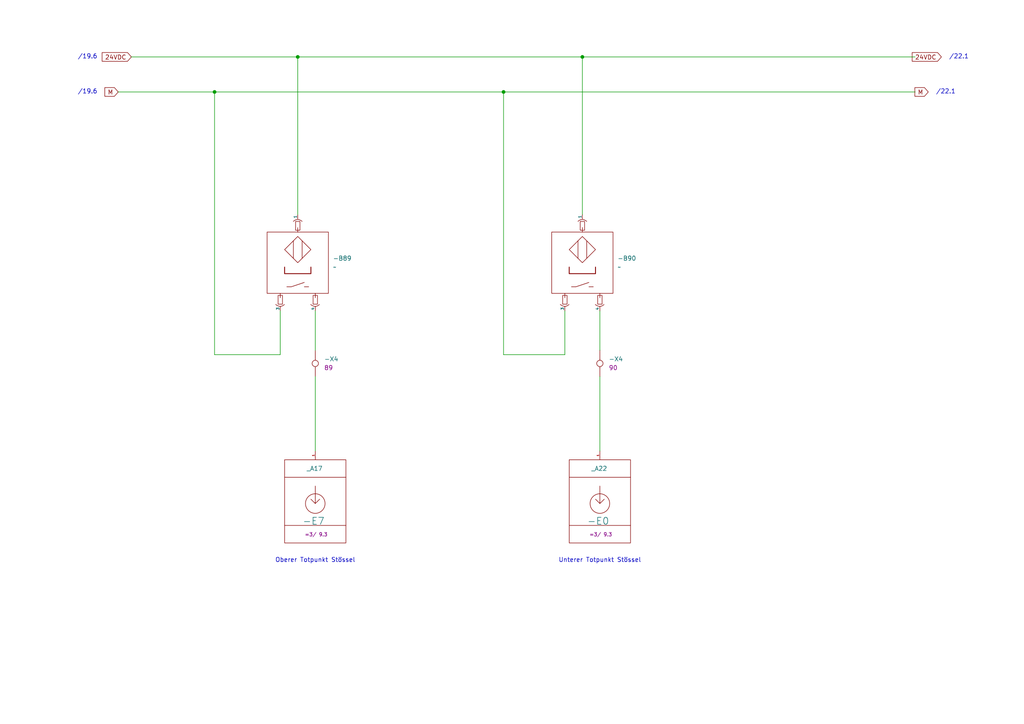
<source format=kicad_sch>
(kicad_sch (version 20250114) (generator "eeschema") (generator_version "9.0")
  (paper "A4")
  (title_block (comment 4 "3"))
  (lib_symbols
    (symbol "Verbinder_Standart_einfach_(X)_1" (pin_numbers (hide yes)) (pin_names (offset 0))
      (property "Reference" "-X" (at -4.572 2.794 0))
      (property "Nummer" "x" (at 3.048 3.048 0))
      (symbol "Verbinder_Standart_einfach_(X)_1_0_1"
        (polyline (pts (xy 0 1.27) (xy 0 1.016)))
        (circle (center 0 0) (radius 0.9158))
        (polyline (pts (xy 0 -1.27) (xy 0 -1.016)))
      )
      (symbol "Verbinder_Standart_einfach_(X)_1_1_1"
        (pin passive line (at 0 3.81 270) (length 2.54) (name "") (number ""))
        (pin passive line (at 0 -3.81 90) (length 2.54) (name "") (number ""))
      )
    )
    (symbol "standart:PLC_IN_(E)" (on_board no)
      (property "Reference" "-E" (at -6.35 10.16 0))
      (property "Target" "=Gruppe/ Seite.Pfad" (at 0.254 -8.382 0))
      (symbol "PLC_IN_(E)_0_1"
        (rectangle (start -8.89 12.7) (end 8.89 -11.43))
        (polyline (pts (xy -8.89 7.62) (xy 8.89 7.62)))
        (polyline (pts (xy -8.89 -6.35) (xy 8.89 -6.35)))
        (polyline (pts (xy 0 5.08) (xy 0 0) (xy 1.27 1.27) (xy 0 0) (xy -1.27 1.27)))
        (circle (center 0 0) (radius 2.8398))
      )
      (symbol "PLC_IN_(E)_1_1"
        (pin input line (at 0 15.24 270) (length 2.54) (name "") (number "1"))
      )
    )
    (symbol "standart:Sensor_PNP_Fe_(B)_NO" (pin_numbers (hide yes)) (pin_names (offset 0))
      (property "Reference" "-B" (at -13.462 11.176 0))
      (symbol "Sensor_PNP_Fe_(B)_NO_0_1"
        (rectangle (start -8.89 8.89) (end 8.89 -8.89))
        (polyline (pts (xy -5.08 -8.89) (xy -5.08 -10.16)))
        (polyline (pts (xy -3.81 3.81) (xy 0 7.62) (xy 3.81 3.81) (xy 0 0) (xy -3.81 3.81)))
        (polyline (pts (xy -1.905 -6.985) (xy -3.175 -6.985)))
        (polyline (pts (xy -1.905 -6.985) (xy 1.905 -5.715)))
        (polyline (pts (xy -1.27 6.35) (xy -1.27 1.27)))
        (rectangle (start 0 10.16) (end 0 10.16))
        (rectangle (start 0 10.16) (end 0 10.16))
        (polyline (pts (xy 0 8.89) (xy 0 10.16)))
        (polyline (pts (xy 1.27 6.35) (xy 1.27 1.27)))
        (polyline (pts (xy 3.175 -6.985) (xy 1.905 -6.985)))
        (polyline (pts (xy 5.08 -8.89) (xy 5.08 -10.16)))
      )
      (symbol "Sensor_PNP_Fe_(B)_NO_1_1"
        (rectangle (start -5.7031 -9.4835) (end -4.4331 -12.0235) (fill (type color)))
        (bezier (pts (xy -3.8638 -12.0969) (xy -5.1338 -13.3669) (xy -6.4038 -12.0969) (xy -6.4038 -12.0969)))
        (polyline (pts (xy -3.81 -1.27) (xy -3.81 -3.175) (xy 3.81 -3.175) (xy 3.81 -1.27)) (stroke (width 0.254)))
        (bezier (pts (xy -1.2707 11.9806) (xy -0.0007 13.2506) (xy 1.2693 11.9806) (xy 1.2693 11.9806)))
        (rectangle (start -0.629 11.9632) (end 0.641 9.4232) (fill (type color)))
        (rectangle (start 4.4492 -9.4835) (end 5.7192 -12.0235) (fill (type color)))
        (bezier (pts (xy 6.2858 -12.1072) (xy 5.0158 -13.3772) (xy 3.7458 -12.1072) (xy 3.7458 -12.1072)))
        (pin passive line (at -5.08 -13.97 90) (length 1.27) (name "3") (number "3"))
        (pin passive line (at 0 13.97 270) (length 1.27) (name "1") (number "1"))
        (pin passive line (at 5.08 -13.97 90) (length 1.27) (name "4") (number "4"))
      )
    )
    (symbol "standart:Verbinder_Standart_einfach_(X)" (pin_numbers (hide yes)) (pin_names (offset 0))
      (property "Reference" "-X" (at -4.572 2.794 0))
      (property "Nummer" "x" (at 3.048 3.048 0))
      (symbol "Verbinder_Standart_einfach_(X)_0_1"
        (polyline (pts (xy 0 1.27) (xy 0 1.016)))
        (circle (center 0 0) (radius 0.9158))
        (polyline (pts (xy 0 -1.27) (xy 0 -1.016)))
      )
      (symbol "Verbinder_Standart_einfach_(X)_1_1"
        (pin passive line (at 0 3.81 270) (length 2.54) (name "") (number ""))
        (pin passive line (at 0 -3.81 90) (length 2.54) (name "") (number ""))
      )
    )
  )
  (text "/22.1" (at 278.13 16.51 0) (effects (font (size 1.27 1.27))))
  (text "/19.6" (at 25.4 26.67 0) (effects (font (size 1.27 1.27))))
  (text "Unterer Totpunkt Stössel" (at 173.99 162.56 0) (effects (font (size 1.27 1.27))))
  (text "/22.1" (at 274.32 26.67 0) (effects (font (size 1.27 1.27))))
  (text "Oberer Totpunkt Stössel" (at 91.44 162.56 0) (effects (font (size 1.27 1.27))))
  (text "/19.6" (at 25.4 16.51 0) (effects (font (size 1.27 1.27))))
  (junction (at 62.23 26.67))
  (junction (at 168.91 16.51))
  (junction (at 146.05 26.67))
  (junction (at 86.36 16.51))
  (wire (pts (xy 173.99 109.22) (xy 173.99 130.81)))
  (wire (pts (xy 173.99 90.17) (xy 173.99 101.6)))
  (wire (pts (xy 86.36 16.51) (xy 86.36 62.23)))
  (wire (pts (xy 34.29 26.67) (xy 62.23 26.67)))
  (wire (pts (xy 81.28 90.17) (xy 81.28 102.87)))
  (wire (pts (xy 62.23 102.87) (xy 81.28 102.87)))
  (wire (pts (xy 62.23 26.67) (xy 146.05 26.67)))
  (wire (pts (xy 86.36 16.51) (xy 168.91 16.51)))
  (wire (pts (xy 168.91 16.51) (xy 168.91 62.23)))
  (wire (pts (xy 163.83 90.17) (xy 163.83 102.87)))
  (wire (pts (xy 168.91 16.51) (xy 265.43 16.51)))
  (wire (pts (xy 91.44 109.22) (xy 91.44 130.81)))
  (wire (pts (xy 38.1 16.51) (xy 86.36 16.51)))
  (wire (pts (xy 146.05 26.67) (xy 146.05 102.87)))
  (wire (pts (xy 91.44 90.17) (xy 91.44 101.6)))
  (wire (pts (xy 62.23 26.67) (xy 62.23 102.87)))
  (wire (pts (xy 146.05 26.67) (xy 265.43 26.67)))
  (wire (pts (xy 146.05 102.87) (xy 163.83 102.87)))
  (global_label "M" (shape input) (at 269.24 26.67 180) (property "Intersheetrefs" "${INTERSHEET_REFS}" (effects (hide yes))))
  (global_label "24VDC" (shape input) (at 273.05 16.51 180) (property "Intersheetrefs" "${INTERSHEET_REFS}" (effects (hide yes))))
  (global_label "M" (shape input) (at 34.29 26.67 180) (property "Intersheetrefs" "${INTERSHEET_REFS}" (effects (hide yes))))
  (global_label "24VDC" (shape input) (at 38.1 16.51 180) (property "Intersheetrefs" "${INTERSHEET_REFS}" (effects (hide yes))))
  (symbol (lib_name "Verbinder_Standart_einfach_(X)_1") (lib_id "standart:Verbinder_Standart_einfach_(X)") (at 173.99 105.41 0) (unit 1)
    (property "Reference" "-X4" (at 176.53 104.1399 0) (effects (justify left)))
    (property "Nummer" "90" (at 176.53 106.6799 0) (effects (justify left)))
  )
  (symbol (lib_id "standart:Sensor_PNP_Fe_(B)_NO") (at 86.36 76.2 0) (unit 1)
    (property "Reference" "-B89" (at 96.52 74.9299 0) (effects (justify left)))
    (property "Value" "~" (at 96.52 77.4699 0) (effects (justify left)))
  )
  (symbol (lib_id "standart:Verbinder_Standart_einfach_(X)") (at 91.44 105.41 0) (unit 1)
    (property "Reference" "-X4" (at 93.98 104.1399 0) (effects (justify left)))
    (property "Nummer" "89" (at 93.98 106.6799 0) (effects (justify left)))
  )
  (symbol (lib_id "standart:PLC_IN_(E)") (at 173.99 146.05 0) (unit 1) (on_board no)
    (property "Reference" "-E0" (at 170.18 151.13 0) (effects (font (size 2.032 2.032)) (justify left)))
    (property "Value" "_A22" (at 171.45 135.89 0) (effects (justify left)))
    (property "Target" "=3/ 9.3" (at 174.244 154.432 0) (effects (font (size 1.016 1.016)) (justify top)))
  )
  (symbol (lib_id "standart:PLC_IN_(E)") (at 91.44 146.05 0) (unit 1) (on_board no)
    (property "Reference" "-E7" (at 87.63 151.13 0) (effects (font (size 2.032 2.032)) (justify left)))
    (property "Value" "_A17" (at 88.9 135.89 0) (effects (justify left)))
    (property "Target" "=3/ 9.3" (at 91.694 154.432 0) (effects (font (size 1.016 1.016)) (justify top)))
  )
  (symbol (lib_id "standart:Sensor_PNP_Fe_(B)_NO") (at 168.91 76.2 0) (unit 1)
    (property "Reference" "-B90" (at 179.07 74.9299 0) (effects (justify left)))
    (property "Value" "~" (at 179.07 77.4699 0) (effects (justify left)))
  )
)
</source>
